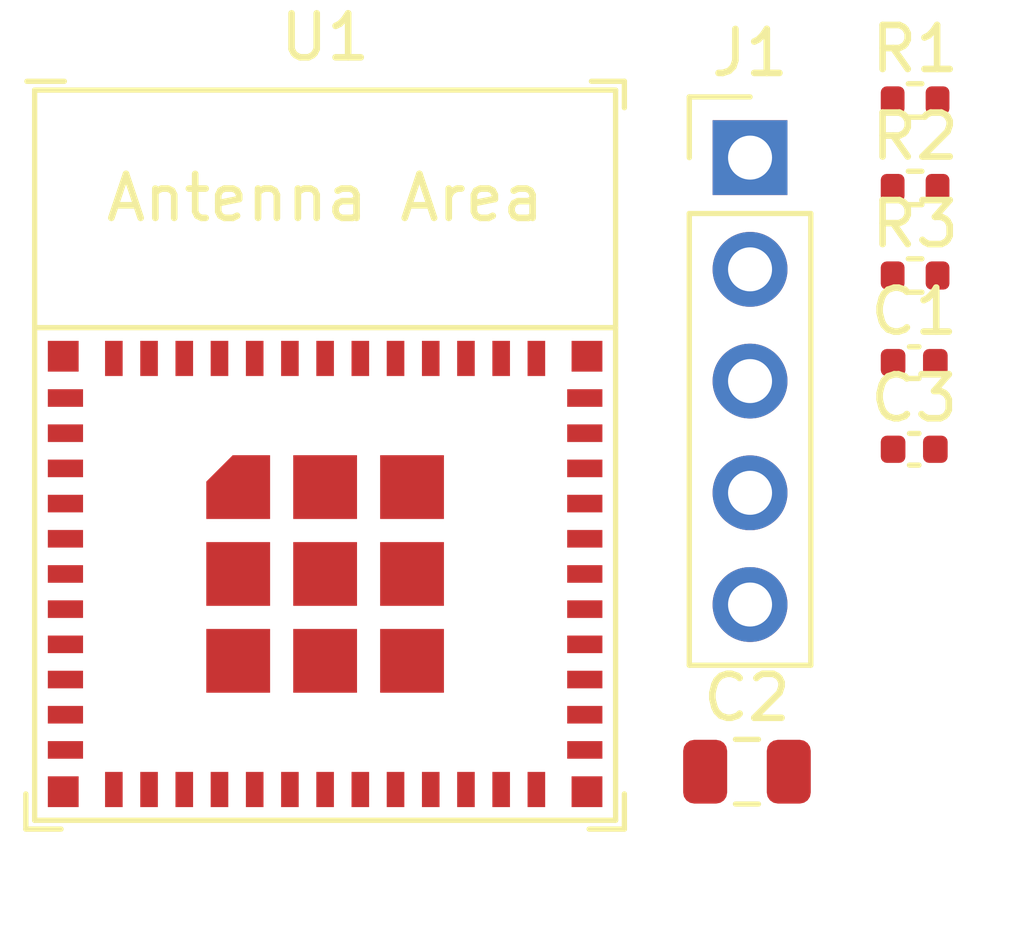
<source format=kicad_pcb>
(kicad_pcb (version 20241229) (generator "pcbnew") (generator_version "9.0")
  (layers (0 "F.Cu" signal) (2 "B.Cu" signal) (13 "F.Paste" user) (15 "B.Paste" user) (5 "F.SilkS" user "F.Silkscreen") (7 "B.SilkS" user "B.Silkscreen") (1 "F.Mask" user) (3 "B.Mask" user) (25 "Edge.Cuts" user))
  (net 0 "")
  (net 1 "GND")
  (net 2 "Net-(U1-EN{slash}CHIP_PU)")
  (net 3 "+3.3V")
  (net 4 "Net-(J1-Pin_2)")
  (net 5 "Net-(J1-Pin_4)")
  (net 6 "Net-(J1-Pin_3)")
  (net 9 "Net-(U1-GPIO2{slash}ADC1_CH2)")
  (net 10 "Net-(U1-GPIO8)")
  (footprint "Resistor_SMD:R_0402_1005Metric" (layer "F.Cu") (at 160.37 74.74)
    (property "Reference" "R1" (at 0 -1.17 0) (layer "F.SilkS"))
    (property "Value" "100k")
    (fp_line (start -0.153641 -0.38) (end 0.153641 -0.38) (stroke (width 0.12)) (layer "F.SilkS"))
    (fp_line (start -0.153641 0.38) (end 0.153641 0.38) (stroke (width 0.12)) (layer "F.SilkS"))
    (pad "1" smd roundrect (at -0.51 0) (size 0.54 0.64) (layers "F.Cu" "F.Mask" "F.Paste"))
    (pad "2" smd roundrect (at 0.51 0) (size 0.54 0.64) (layers "F.Cu" "F.Mask" "F.Paste"))
  )
  (footprint "Resistor_SMD:R_0402_1005Metric" (layer "F.Cu") (at 160.37 76.73)
    (property "Reference" "R2" (at 0 -1.17 0) (layer "F.SilkS"))
    (property "Value" "10k")
    (fp_line (start -0.153641 -0.38) (end 0.153641 -0.38) (stroke (width 0.12)) (layer "F.SilkS"))
    (fp_line (start -0.153641 0.38) (end 0.153641 0.38) (stroke (width 0.12)) (layer "F.SilkS"))
    (pad "1" smd roundrect (at -0.51 0) (size 0.54 0.64) (layers "F.Cu" "F.Mask" "F.Paste") (net 3 "+3.3V"))
    (pad "2" smd roundrect (at 0.51 0) (size 0.54 0.64) (layers "F.Cu" "F.Mask" "F.Paste") (net 9 "Net-(U1-GPIO2{slash}ADC1_CH2)"))
  )
  (footprint "Capacitor_SMD:C_0402_1005Metric" (layer "F.Cu") (at 160.35 80.7)
    (property "Reference" "C1" (at 0 -1.16 0) (layer "F.SilkS"))
    (property "Value" "100n")
    (fp_line (start -0.107836 -0.36) (end 0.107836 -0.36) (stroke (width 0.12)) (layer "F.SilkS"))
    (fp_line (start -0.107836 0.36) (end 0.107836 0.36) (stroke (width 0.12)) (layer "F.SilkS"))
    (pad "1" smd roundrect (at -0.48 0) (size 0.56 0.62) (layers "F.Cu" "F.Mask" "F.Paste") (net 2 "Net-(U1-EN{slash}CHIP_PU)"))
    (pad "2" smd roundrect (at 0.48 0) (size 0.56 0.62) (layers "F.Cu" "F.Mask" "F.Paste") (net 1 "GND"))
  )
  (footprint "Connector_PinHeader_2.54mm:PinHeader_1x05_P2.54mm_Vertical" (layer "F.Cu") (at 156.62 76.04)
    (property "Reference" "J1" (at 0 -2.38 0) (layer "F.SilkS"))
    (property "Value" "Conn_01x05_Pin")
    (fp_line (start -1.38 -1.38) (end 0 -1.38) (stroke (width 0.12)) (layer "F.SilkS"))
    (fp_line (start -1.38 0) (end -1.38 -1.38) (stroke (width 0.12)) (layer "F.SilkS"))
    (fp_line (start -1.38 1.27) (end -1.38 11.54) (stroke (width 0.12)) (layer "F.SilkS"))
    (fp_line (start -1.38 1.27) (end 1.38 1.27) (stroke (width 0.12)) (layer "F.SilkS"))
    (fp_line (start -1.38 11.54) (end 1.38 11.54) (stroke (width 0.12)) (layer "F.SilkS"))
    (fp_line (start 1.38 1.27) (end 1.38 11.54) (stroke (width 0.12)) (layer "F.SilkS"))
    (pad "1" thru_hole rect (at 0 0) (size 1.7 1.7) (drill 1) (layers "*.Cu" "*.Mask") (net 3 "+3.3V"))
    (pad "2" thru_hole circle (at 0 2.54) (size 1.7 1.7) (drill 1) (layers "*.Cu" "*.Mask") (net 4 "Net-(J1-Pin_2)"))
    (pad "3" thru_hole circle (at 0 5.08) (size 1.7 1.7) (drill 1) (layers "*.Cu" "*.Mask") (net 6 "Net-(J1-Pin_3)"))
    (pad "4" thru_hole circle (at 0 7.62) (size 1.7 1.7) (drill 1) (layers "*.Cu" "*.Mask") (net 5 "Net-(J1-Pin_4)"))
    (pad "5" thru_hole circle (at 0 10.16) (size 1.7 1.7) (drill 1) (layers "*.Cu" "*.Mask") (net 1 "GND"))
  )
  (footprint "Resistor_SMD:R_0402_1005Metric" (layer "F.Cu") (at 160.37 78.72)
    (property "Reference" "R3" (at 0 -1.17 0) (layer "F.SilkS"))
    (property "Value" "10k")
    (fp_line (start -0.153641 -0.38) (end 0.153641 -0.38) (stroke (width 0.12)) (layer "F.SilkS"))
    (fp_line (start -0.153641 0.38) (end 0.153641 0.38) (stroke (width 0.12)) (layer "F.SilkS"))
    (pad "1" smd roundrect (at -0.51 0) (size 0.54 0.64) (layers "F.Cu" "F.Mask" "F.Paste") (net 3 "+3.3V"))
    (pad "2" smd roundrect (at 0.51 0) (size 0.54 0.64) (layers "F.Cu" "F.Mask" "F.Paste") (net 10 "Net-(U1-GPIO8)"))
  )
  (footprint "Capacitor_SMD:C_0402_1005Metric" (layer "F.Cu") (at 160.35 82.67)
    (property "Reference" "C3" (at 0 -1.16 0) (layer "F.SilkS"))
    (property "Value" "100n")
    (fp_line (start -0.107836 -0.36) (end 0.107836 -0.36) (stroke (width 0.12)) (layer "F.SilkS"))
    (fp_line (start -0.107836 0.36) (end 0.107836 0.36) (stroke (width 0.12)) (layer "F.SilkS"))
    (pad "1" smd roundrect (at -0.48 0) (size 0.56 0.62) (layers "F.Cu" "F.Mask" "F.Paste") (net 3 "+3.3V"))
    (pad "2" smd roundrect (at 0.48 0) (size 0.56 0.62) (layers "F.Cu" "F.Mask" "F.Paste") (net 1 "GND"))
  )
  (footprint "Capacitor_SMD:C_0805_2012Metric" (layer "F.Cu") (at 156.55 90)
    (property "Reference" "C2" (at 0 -1.68 0) (layer "F.SilkS"))
    (property "Value" "10u")
    (fp_line (start -0.261252 -0.735) (end 0.261252 -0.735) (stroke (width 0.12)) (layer "F.SilkS"))
    (fp_line (start -0.261252 0.735) (end 0.261252 0.735) (stroke (width 0.12)) (layer "F.SilkS"))
    (pad "1" smd roundrect (at -0.95 0) (size 1 1.45) (layers "F.Cu" "F.Mask" "F.Paste") (net 3 "+3.3V"))
    (pad "2" smd roundrect (at 0.95 0) (size 1 1.45) (layers "F.Cu" "F.Mask" "F.Paste") (net 1 "GND"))
  )
  (footprint "PCM_Espressif:ESP32-C3-MINI-1" (layer "F.Cu") (at 146.965 82.805)
    (property "Reference" "U1" (at 0 -9.5 0) (layer "F.SilkS"))
    (property "Value" "ESP32-C3-MINI-1")
    (fp_line (start -6.8 7.7) (end -6.8 8.5) (stroke (width 0.12)) (layer "F.SilkS"))
    (fp_line (start -6.8 8.5) (end -6 8.5) (stroke (width 0.12)) (layer "F.SilkS"))
    (fp_line (start -6.6 -8.3) (end 6.6 -8.3) (stroke (width 0.12)) (layer "F.SilkS"))
    (fp_line (start -6.6 -2.9) (end 6.6 -2.9) (stroke (width 0.12)) (layer "F.SilkS"))
    (fp_line (start -6.6 8.3) (end -6.6 -8.3) (stroke (width 0.12)) (layer "F.SilkS"))
    (fp_line (start -5.925 -8.5) (end -6.775 -8.5) (stroke (width 0.12)) (layer "F.SilkS"))
    (fp_line (start 6.05 -8.5) (end 6.8 -8.5) (stroke (width 0.12)) (layer "F.SilkS"))
    (fp_line (start 6.6 -8.3) (end 6.6 8.3) (stroke (width 0.12)) (layer "F.SilkS"))
    (fp_line (start 6.6 8.3) (end -6.6 8.3) (stroke (width 0.12)) (layer "F.SilkS"))
    (fp_line (start 6.8 -8.5) (end 6.8 -7.9) (stroke (width 0.12)) (layer "F.SilkS"))
    (fp_line (start 6.8 7.7) (end 6.8 8.5) (stroke (width 0.12)) (layer "F.SilkS"))
    (fp_line (start 6.8 8.5) (end 6 8.5) (stroke (width 0.12)) (layer "F.SilkS"))
    (fp_text user "Antenna Area" (at 0 -5.85 0) (layer "F.SilkS"))
    (pad "1" smd rect (at -5.9 -1.3 90) (size 0.4 0.8) (layers "F.Cu" "F.Mask" "F.Paste") (net 1 "GND"))
    (pad "2" smd rect (at -5.9 -0.5 90) (size 0.4 0.8) (layers "F.Cu" "F.Mask" "F.Paste") (net 1 "GND"))
    (pad "3" smd rect (at -5.9 0.3 90) (size 0.4 0.8) (layers "F.Cu" "F.Mask" "F.Paste") (net 3 "+3.3V"))
    (pad "4" smd rect (at -5.9 1.1 90) (size 0.4 0.8) (layers "F.Cu" "F.Mask" "F.Paste"))
    (pad "5" smd rect (at -5.9 1.9 90) (size 0.4 0.8) (layers "F.Cu" "F.Mask" "F.Paste") (net 9 "Net-(U1-GPIO2{slash}ADC1_CH2)"))
    (pad "6" smd rect (at -5.9 2.7 90) (size 0.4 0.8) (layers "F.Cu" "F.Mask" "F.Paste"))
    (pad "7" smd rect (at -5.9 3.5 90) (size 0.4 0.8) (layers "F.Cu" "F.Mask" "F.Paste"))
    (pad "8" smd rect (at -5.9 4.3 90) (size 0.4 0.8) (layers "F.Cu" "F.Mask" "F.Paste") (net 2 "Net-(U1-EN{slash}CHIP_PU)"))
    (pad "9" smd rect (at -5.9 5.1 90) (size 0.4 0.8) (layers "F.Cu" "F.Mask" "F.Paste"))
    (pad "10" smd rect (at -5.9 5.9 90) (size 0.4 0.8) (layers "F.Cu" "F.Mask" "F.Paste"))
    (pad "11" smd rect (at -5.9 6.7 90) (size 0.4 0.8) (layers "F.Cu" "F.Mask" "F.Paste") (net 1 "GND"))
    (pad "12" smd rect (at -4.8 7.6) (size 0.4 0.8) (layers "F.Cu" "F.Mask" "F.Paste"))
    (pad "13" smd rect (at -4 7.6) (size 0.4 0.8) (layers "F.Cu" "F.Mask" "F.Paste"))
    (pad "14" smd rect (at -3.2 7.6) (size 0.4 0.8) (layers "F.Cu" "F.Mask" "F.Paste") (net 1 "GND"))
    (pad "15" smd rect (at -2.4 7.6) (size 0.4 0.8) (layers "F.Cu" "F.Mask" "F.Paste"))
    (pad "16" smd rect (at -1.6 7.6) (size 0.4 0.8) (layers "F.Cu" "F.Mask" "F.Paste"))
    (pad "17" smd rect (at -0.8 7.6) (size 0.4 0.8) (layers "F.Cu" "F.Mask" "F.Paste"))
    (pad "18" smd rect (at 0 7.6) (size 0.4 0.8) (layers "F.Cu" "F.Mask" "F.Paste"))
    (pad "19" smd rect (at 0.8 7.6) (size 0.4 0.8) (layers "F.Cu" "F.Mask" "F.Paste"))
    (pad "20" smd rect (at 1.6 7.6) (size 0.4 0.8) (layers "F.Cu" "F.Mask" "F.Paste"))
    (pad "21" smd rect (at 2.4 7.6) (size 0.4 0.8) (layers "F.Cu" "F.Mask" "F.Paste"))
    (pad "22" smd rect (at 3.2 7.6) (size 0.4 0.8) (layers "F.Cu" "F.Mask" "F.Paste") (net 10 "Net-(U1-GPIO8)"))
    (pad "23" smd rect (at 4 7.6) (size 0.4 0.8) (layers "F.Cu" "F.Mask" "F.Paste") (net 5 "Net-(J1-Pin_4)"))
    (pad "24" smd rect (at 4.8 7.6) (size 0.4 0.8) (layers "F.Cu" "F.Mask" "F.Paste"))
    (pad "25" smd rect (at 5.9 6.7 90) (size 0.4 0.8) (layers "F.Cu" "F.Mask" "F.Paste"))
    (pad "26" smd rect (at 5.9 5.9 90) (size 0.4 0.8) (layers "F.Cu" "F.Mask" "F.Paste"))
    (pad "27" smd rect (at 5.9 5.1 90) (size 0.4 0.8) (layers "F.Cu" "F.Mask" "F.Paste"))
    (pad "28" smd rect (at 5.9 4.3 90) (size 0.4 0.8) (layers "F.Cu" "F.Mask" "F.Paste"))
    (pad "29" smd rect (at 5.9 3.5 90) (size 0.4 0.8) (layers "F.Cu" "F.Mask" "F.Paste"))
    (pad "30" smd rect (at 5.9 2.7 90) (size 0.4 0.8) (layers "F.Cu" "F.Mask" "F.Paste") (net 6 "Net-(J1-Pin_3)"))
    (pad "31" smd rect (at 5.9 1.9 90) (size 0.4 0.8) (layers "F.Cu" "F.Mask" "F.Paste") (net 4 "Net-(J1-Pin_2)"))
    (pad "32" smd rect (at 5.9 1.1 90) (size 0.4 0.8) (layers "F.Cu" "F.Mask" "F.Paste"))
    (pad "33" smd rect (at 5.9 0.3 90) (size 0.4 0.8) (layers "F.Cu" "F.Mask" "F.Paste"))
    (pad "34" smd rect (at 5.9 -0.5 90) (size 0.4 0.8) (layers "F.Cu" "F.Mask" "F.Paste"))
    (pad "35" smd rect (at 5.9 -1.3 90) (size 0.4 0.8) (layers "F.Cu" "F.Mask" "F.Paste"))
    (pad "36" smd rect (at 4.8 -2.2) (size 0.4 0.8) (layers "F.Cu" "F.Mask" "F.Paste") (net 1 "GND"))
    (pad "37" smd rect (at 4 -2.2) (size 0.4 0.8) (layers "F.Cu" "F.Mask" "F.Paste") (net 1 "GND"))
    (pad "38" smd rect (at 3.2 -2.2) (size 0.4 0.8) (layers "F.Cu" "F.Mask" "F.Paste") (net 1 "GND"))
    (pad "39" smd rect (at 2.4 -2.2) (size 0.4 0.8) (layers "F.Cu" "F.Mask" "F.Paste") (net 1 "GND"))
    (pad "40" smd rect (at 1.6 -2.2) (size 0.4 0.8) (layers "F.Cu" "F.Mask" "F.Paste") (net 1 "GND"))
    (pad "41" smd rect (at 0.8 -2.2) (size 0.4 0.8) (layers "F.Cu" "F.Mask" "F.Paste") (net 1 "GND"))
    (pad "42" smd rect (at 0 -2.2) (size 0.4 0.8) (layers "F.Cu" "F.Mask" "F.Paste") (net 1 "GND"))
    (pad "43" smd rect (at -0.8 -2.2) (size 0.4 0.8) (layers "F.Cu" "F.Mask" "F.Paste") (net 1 "GND"))
    (pad "44" smd rect (at -1.6 -2.2) (size 0.4 0.8) (layers "F.Cu" "F.Mask" "F.Paste") (net 1 "GND"))
    (pad "45" smd rect (at -2.4 -2.2) (size 0.4 0.8) (layers "F.Cu" "F.Mask" "F.Paste") (net 1 "GND"))
    (pad "46" smd rect (at -3.2 -2.2) (size 0.4 0.8) (layers "F.Cu" "F.Mask" "F.Paste") (net 1 "GND"))
    (pad "47" smd rect (at -4 -2.2) (size 0.4 0.8) (layers "F.Cu" "F.Mask" "F.Paste") (net 1 "GND"))
    (pad "48" smd rect (at -4.8 -2.2) (size 0.4 0.8) (layers "F.Cu" "F.Mask" "F.Paste") (net 1 "GND"))
    (pad "49" smd custom (at -1.975 0.725) (size 0.8 0.8) (layers "F.Cu" "F.Mask" "F.Paste") (net 1 "GND") (options (clearance outline) (anchor rect)) (primitives (gr_poly (pts (xy 0.725 0.725) (xy -0.725 0.725) (xy -0.725 -0.125) (xy -0.125 -0.725) (xy 0.725 -0.725)) (width 0) (fill yes))))
    (pad "49" smd rect (at -1.975 2.7 90) (size 1.45 1.45) (layers "F.Cu" "F.Mask" "F.Paste") (net 1 "GND"))
    (pad "49" smd rect (at -1.975 4.675 90) (size 1.45 1.45) (layers "F.Cu" "F.Mask" "F.Paste") (net 1 "GND"))
    (pad "49" smd rect (at 0 0.725 90) (size 1.45 1.45) (layers "F.Cu" "F.Mask" "F.Paste") (net 1 "GND"))
    (pad "49" smd rect (at 0 2.7 90) (size 1.45 1.45) (layers "F.Cu" "F.Mask" "F.Paste") (net 1 "GND"))
    (pad "49" smd rect (at 0 4.675 90) (size 1.45 1.45) (layers "F.Cu" "F.Mask" "F.Paste") (net 1 "GND"))
    (pad "49" smd rect (at 1.975 0.725 90) (size 1.45 1.45) (layers "F.Cu" "F.Mask" "F.Paste") (net 1 "GND"))
    (pad "49" smd rect (at 1.975 2.7 90) (size 1.45 1.45) (layers "F.Cu" "F.Mask" "F.Paste") (net 1 "GND"))
    (pad "49" smd rect (at 1.975 4.675 90) (size 1.45 1.45) (layers "F.Cu" "F.Mask" "F.Paste") (net 1 "GND"))
    (pad "50" smd rect (at 5.95 -2.25 90) (size 0.7 0.7) (layers "F.Cu" "F.Mask" "F.Paste") (net 1 "GND"))
    (pad "51" smd rect (at 5.95 7.65 90) (size 0.7 0.7) (layers "F.Cu" "F.Mask" "F.Paste") (net 1 "GND"))
    (pad "52" smd rect (at -5.95 7.65 90) (size 0.7 0.7) (layers "F.Cu" "F.Mask" "F.Paste") (net 1 "GND"))
    (pad "53" smd rect (at -5.95 -2.25 90) (size 0.7 0.7) (layers "F.Cu" "F.Mask" "F.Paste") (net 1 "GND"))
  )
)
</source>
